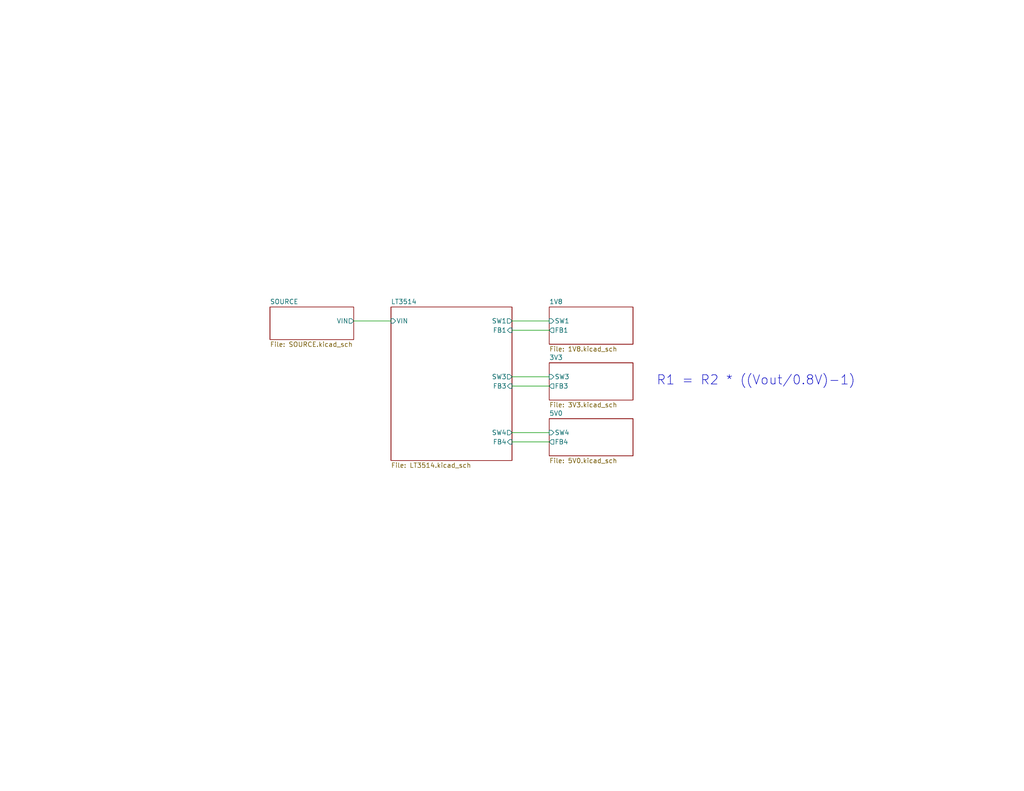
<source format=kicad_sch>
(kicad_sch (version 20211123) (generator eeschema)
  (paper "USLetter")
  (title_block (date "2021-05-26"))
  (lib_symbols)
  (wire (pts (xy 139.7 102.87) (xy 149.86 102.87)))
  (wire (pts (xy 96.52 87.63) (xy 106.68 87.63)))
  (wire (pts (xy 139.7 118.11) (xy 149.86 118.11)))
  (wire (pts (xy 139.7 87.63) (xy 149.86 87.63)))
  (wire (pts (xy 139.7 120.65) (xy 149.86 120.65)))
  (wire (pts (xy 139.7 105.41) (xy 149.86 105.41)))
  (wire (pts (xy 139.7 90.17) (xy 149.86 90.17)))
  (text "R1 = R2 * ((Vout/0.8V)-1)" (at 179.07 105.41 0) (effects (font (size 2.54 2.54)) (justify left bottom)))
  (sheet (at 106.68 83.82) (size 33.02 41.91)
    (property "Sheet name" "LT3514" (at 106.68 83.1084 0) (effects (justify left bottom)))
    (property "Sheet file" "LT3514.kicad_sch" (at 106.68 126.3146 0) (effects (justify left top)))
    (pin "SW1" output (at 139.7 87.63 0))
    (pin "FB1" input (at 139.7 90.17 0))
    (pin "SW3" output (at 139.7 102.87 0))
    (pin "FB3" input (at 139.7 105.41 0))
    (pin "SW4" output (at 139.7 118.11 0))
    (pin "FB4" input (at 139.7 120.65 0))
    (pin "VIN" input (at 106.68 87.63 180))
  )
  (sheet (at 149.86 83.82) (size 22.86 10.16)
    (property "Sheet name" "1V8" (at 149.86 83.1084 0) (effects (justify left bottom)))
    (property "Sheet file" "1V8.kicad_sch" (at 149.86 94.5646 0) (effects (justify left top)))
    (pin "SW1" input (at 149.86 87.63 180))
    (pin "FB1" output (at 149.86 90.17 180))
  )
  (sheet (at 149.86 99.06) (size 22.86 10.16)
    (property "Sheet name" "3V3" (at 149.86 98.3484 0) (effects (justify left bottom)))
    (property "Sheet file" "3V3.kicad_sch" (at 149.86 109.8046 0) (effects (justify left top)))
    (pin "SW3" input (at 149.86 102.87 180))
    (pin "FB3" output (at 149.86 105.41 180))
  )
  (sheet (at 149.86 114.3) (size 22.86 10.16)
    (property "Sheet name" "5V0" (at 149.86 113.5884 0) (effects (justify left bottom)))
    (property "Sheet file" "5V0.kicad_sch" (at 149.86 125.0446 0) (effects (justify left top)))
    (pin "SW4" input (at 149.86 118.11 180))
    (pin "FB4" output (at 149.86 120.65 180))
  )
  (sheet (at 73.66 83.82) (size 22.86 8.89)
    (property "Sheet name" "SOURCE" (at 73.66 83.1084 0) (effects (justify left bottom)))
    (property "Sheet file" "SOURCE.kicad_sch" (at 73.66 93.2946 0) (effects (justify left top)))
    (pin "VIN" output (at 96.52 87.63 0))
  )
)
</source>
